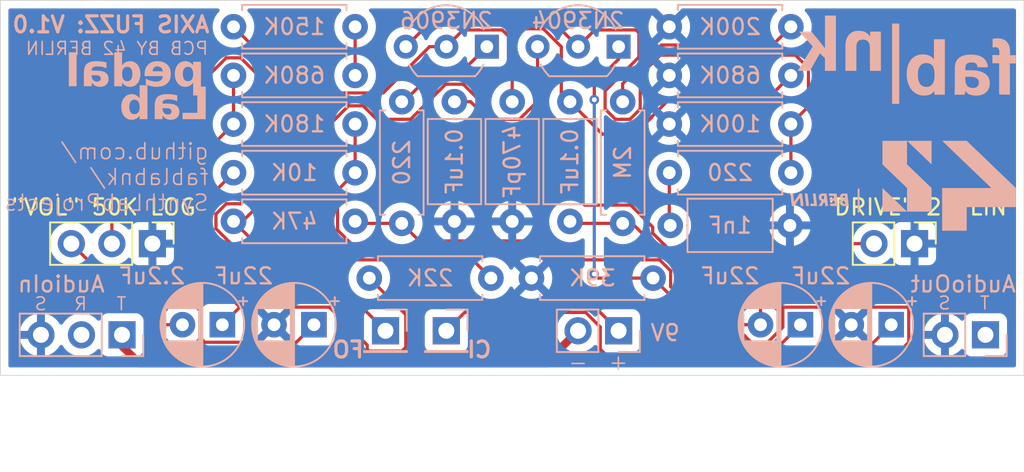
<source format=kicad_pcb>
(kicad_pcb (version 20240108) (generator "pcbnew") (generator_version "8.0")
  (layers (0 "F.Cu" signal) (31 "B.Cu" signal) (34 "B.Paste" user) (35 "F.Paste" user) (36 "B.SilkS" user "B.Silkscreen") (37 "F.SilkS" user "F.Silkscreen") (38 "B.Mask" user) (39 "F.Mask" user) (44 "Edge.Cuts" user))
  (net 0 "")
  (net 1 "Net-(C1-Pad2)")
  (net 2 "Net-(C1-Pad1)")
  (net 3 "Net-(C2-Pad1)")
  (net 4 "Net-(Q2-B)")
  (net 5 "Net-(Q1-E)")
  (net 6 "Net-(Q1-C)")
  (net 7 "Net-(Q1-B)")
  (net 8 "Net-(Q2-E)")
  (net 9 "Net-(R2-Pad2)")
  (net 10 "Net-(R13-Pad2)")
  (net 11 "GND")
  (net 12 "Net-(C4-Pad1)")
  (net 13 "Net-(C7-Pad1)")
  (net 14 "Net-(J3-Pin_1)")
  (net 15 "Net-(C7-Pad2)")
  (net 16 "Net-(J2-Pin_1)")
  (net 17 "Net-(R4-Pad1)")
  (net 18 "-9V")
  (net 19 "Net-(J10-PadR)")
  (net 20 "Net-(J12-PadT)")
  (footprint "Connector_PinHeader_2.54mm:PinHeader_1x02_P2.54mm_Vertical" (layer "F.Cu") (at 177.927 69.85 -90)
    (property "Reference" "\"DRIVE\" 2K LIN")
    (property "Value" "2K lin DRIVE")
  )
  (footprint "Connector_PinHeader_2.54mm:PinHeader_1x03_P2.54mm_Vertical" (layer "F.Cu") (at 130.175 69.85 -90)
    (property "Reference" "\"VOL\" 50K LOG")
    (property "Value" "50K log VOL")
  )
  (footprint "Resistor_THT:R_Axial_DIN0207_L6.3mm_D2.5mm_P7.62mm_Horizontal" (layer "B.Cu") (at 162.56 62.357)
    (property "Reference" "R6" (hide yes))
    (property "Value" "100K")
  )
  (footprint "Resistor_THT:R_Axial_DIN0207_L6.3mm_D2.5mm_P7.62mm_Horizontal" (layer "B.Cu") (at 153.924 72.009)
    (property "Reference" "R8" (hide yes))
    (property "Value" "39K")
  )
  (footprint "Resistor_THT:R_Axial_DIN0207_L6.3mm_D2.5mm_P7.62mm_Horizontal" (layer "B.Cu") (at 159.639 60.96 -90)
    (property "Reference" "R9" (hide yes))
    (property "Value" "2M")
  )
  (footprint "Capacitor_THT:C_Axial_L5.1mm_D3.1mm_P7.50mm_Horizontal" (layer "B.Cu") (at 156.337 68.46 90)
    (property "Reference" "C5" (hide yes))
    (property "Value" "0.1uF")
  )
  (footprint "Resistor_THT:R_Axial_DIN0207_L6.3mm_D2.5mm_P7.62mm_Horizontal" (layer "B.Cu") (at 135.255 62.357)
    (property "Reference" "R2" (hide yes))
    (property "Value" "180K")
  )
  (footprint "Capacitor_THT:CP_Radial_D5.0mm_P2.50mm" (layer "B.Cu") (at 176.465113 74.93 180)
    (property "Reference" "C3" (hide yes))
    (property "Value" "22uF")
  )
  (footprint "Resistor_THT:R_Axial_DIN0207_L6.3mm_D2.5mm_P7.62mm_Horizontal" (layer "B.Cu") (at 162.56 56.261)
    (property "Reference" "R13" (hide yes))
    (property "Value" "200K")
  )
  (footprint "Capacitor_THT:CP_Radial_D5.0mm_P2.50mm" (layer "B.Cu") (at 134.555113 74.93 180)
    (property "Reference" "C1" (hide yes))
    (property "Value" "2.2uF")
  )
  (footprint "Capacitor_THT:C_Axial_L5.1mm_D3.1mm_P7.50mm_Horizontal" (layer "B.Cu") (at 149.098 60.96 -90)
    (property "Reference" "C8" (hide yes))
    (property "Value" "0.1uF")
  )
  (footprint "Resistor_THT:R_Axial_DIN0207_L6.3mm_D2.5mm_P7.62mm_Horizontal" (layer "B.Cu") (at 145.796 68.58 90)
    (property "Reference" "R11" (hide yes))
    (property "Value" "220")
  )
  (footprint "Connector_PinHeader_2.54mm:PinHeader_1x01_P2.54mm_Vertical" (layer "B.Cu") (at 148.59 75.311 180)
    (property "Reference" "J3" (hide yes))
    (property "Value" "From FX Send")
  )
  (footprint "Resistor_THT:R_Axial_DIN0207_L6.3mm_D2.5mm_P7.62mm_Horizontal" (layer "B.Cu") (at 170.18 65.405 180)
    (property "Reference" "R5" (hide yes))
    (property "Value" "220")
  )
  (footprint "Library:PinHeader_1x02_P2.54mm_Vertical_TS" (layer "B.Cu") (at 182.372 75.565 90)
    (property "Reference" "J12" (hide yes))
    (property "Value" "AudioOut")
  )
  (footprint "Resistor_THT:R_Axial_DIN0207_L6.3mm_D2.5mm_P7.62mm_Horizontal" (layer "B.Cu") (at 142.875 59.309 180)
    (property "Reference" "R4" (hide yes))
    (property "Value" "680K")
  )
  (footprint "Connector_PinHeader_2.54mm:PinHeader_1x01_P2.54mm_Vertical" (layer "B.Cu") (at 144.78 75.311 180)
    (property "Reference" "J2" (hide yes))
    (property "Value" "FX Return")
  )
  (footprint "Library:PinHeader_1x03_P2.54mm_Vertical_TRS" (layer "B.Cu") (at 128.27 75.565 90)
    (property "Reference" "J10" (hide yes))
    (property "Value" "AudioIn")
  )
  (footprint "Package_TO_SOT_THT:TO-92_Inline_Wide" (layer "B.Cu") (at 159.385 57.51 180)
    (property "Reference" "Q1" (hide yes))
    (property "Value" "2N3904")
  )
  (footprint "Capacitor_THT:C_Axial_L5.1mm_D3.1mm_P7.50mm_Horizontal" (layer "B.Cu") (at 152.7175 60.96 -90)
    (property "Reference" "C6" (hide yes))
    (property "Value" "470pF")
  )
  (footprint "Package_TO_SOT_THT:TO-92_Inline_Wide" (layer "B.Cu") (at 151.13 57.51 180)
    (property "Reference" "Q2" (hide yes))
    (property "Value" "2N3906")
  )
  (footprint "Connector_PinHeader_2.54mm:PinHeader_1x02_P2.54mm_Vertical" (layer "B.Cu") (at 159.385 75.311 90)
    (property "Reference" "V1" (hide yes))
    (property "Value" "9V")
  )
  (footprint "Resistor_THT:R_Axial_DIN0207_L6.3mm_D2.5mm_P7.62mm_Horizontal" (layer "B.Cu") (at 162.56 59.309)
    (property "Reference" "R10" (hide yes))
    (property "Value" "680K")
  )
  (footprint "Resistor_THT:R_Axial_DIN0207_L6.3mm_D2.5mm_P7.62mm_Horizontal" (layer "B.Cu") (at 135.255 68.453)
    (property "Reference" "R12" (hide yes))
    (property "Value" "47K")
  )
  (footprint "Capacitor_THT:CP_Radial_D5.0mm_P2.50mm" (layer "B.Cu") (at 140.295 74.93 180)
    (property "Reference" "C2" (hide yes))
    (property "Value" "22uF")
  )
  (footprint "Resistor_THT:R_Axial_DIN0207_L6.3mm_D2.5mm_P7.62mm_Horizontal" (layer "B.Cu") (at 143.764 72.009)
    (property "Reference" "R1" (hide yes))
    (property "Value" "22K")
  )
  (footprint "Resistor_THT:R_Axial_DIN0207_L6.3mm_D2.5mm_P7.62mm_Horizontal" (layer "B.Cu") (at 135.255 56.261)
    (property "Reference" "R7" (hide yes))
    (property "Value" "150K")
  )
  (footprint "Capacitor_THT:CP_Radial_D5.0mm_P2.50mm" (layer "B.Cu") (at 170.775 74.93 180)
    (property "Reference" "C7" (hide yes))
    (property "Value" "22uF")
  )
  (footprint "Capacitor_THT:C_Axial_L5.1mm_D3.1mm_P7.50mm_Horizontal" (layer "B.Cu") (at 162.62 68.707)
    (property "Reference" "C4" (hide yes))
    (property "Value" "1nF")
  )
  (footprint "Resistor_THT:R_Axial_DIN0207_L6.3mm_D2.5mm_P7.62mm_Horizontal" (layer "B.Cu") (at 142.875 65.405 180)
    (property "Reference" "R3" (hide yes))
    (property "Value" "10K")
  )
  (gr_poly (pts (xy 179.139885 58.311012) (xy 179.11893 58.281285) (xy 179.09565 58.251791) (xy 179.069889 58.222762) (xy 179.041493 58.19443) (xy 179.026258 58.180598) (xy 179.010306 58.167028) (xy 178.993618 58.153749) (xy 178.976174 58.14079) (xy 178.957955 58.128179) (xy 178.938941 58.115946) (xy 178.919113 58.10412) (xy 178.898452 58.092731) (xy 178.876939 58.081806) (xy 178.854553 58.071375) (xy 178.831276 58.061468) (xy 178.807089 58.052113) (xy 178.781971 58.043339) (xy 178.755903 58.035176) (xy 178.728867 58.027652) (xy 178.700842 58.020797) (xy 178.671809 58.014639) (xy 178.64175 58.009208) (xy 178.610644 58.004533) (xy 178.578472 58.000643) (xy 178.545215 57.997567) (xy 178.510853 57.995333) (xy 178.475368 57.993972) (xy 178.438739 57.993512) (xy 178.376494 57.995127) (xy 178.316263 57.99992) (xy 178.258041 58.007813) (xy 178.201828 58.01873) (xy 178.147621 58.032592) (xy 178.095417 58.049322) (xy 178.045214 58.068843) (xy 177.997009 58.091077) (xy 177.9508 58.115946) (xy 177.906585 58.143373) (xy 177.864361 58.173281) (xy 177.824125 58.205592) (xy 177.785876 58.240228) (xy 177.749611 58.277112) (xy 177.715328 58.316167) (xy 177.683023 58.357314) (xy 177.652695 58.400477) (xy 177.624341 58.445577) (xy 177.597959 58.492538) (xy 177.573546 58.541282) (xy 177.551101 58.591731) (xy 177.53062 58.643808) (xy 177.5121 58.697436) (xy 177.495541 58.752536) (xy 177.480939 58.809031) (xy 177.468291 58.866844) (xy 177.457596 58.925897) (xy 177.448851 58.986113) (xy 177.442054 59.047414) (xy 177.437201 59.109723) (xy 177.433323 59.237054) (xy 177.437654 59.365425) (xy 177.450608 59.491974) (xy 177.472128 59.61581) (xy 177.502156 59.736041) (xy 177.540632 59.851777) (xy 177.587499 59.962126) (xy 177.642699 60.066196) (xy 177.673406 60.115597) (xy 177.706174 60.163095) (xy 177.740996 60.208578) (xy 177.777865 60.251934) (xy 177.816774 60.293051) (xy 177.857715 60.331819) (xy 177.900681 60.368126) (xy 177.945665 60.40186) (xy 177.99266 60.43291) (xy 178.041657 60.461165) (xy 178.092651 60.486513) (xy 178.145634 60.508843) (xy 178.200598 60.528043) (xy 178.257536 60.544002) (xy 178.316441 60.556609) (xy 178.377305 60.565751) (xy 178.440123 60.571319) (xy 178.504885 60.573199) (xy 178.571899 60.571966) (xy 178.634205 60.56829) (xy 178.692054 60.562212) (xy 178.745697 60.553769) (xy 178.795387 60.543001) (xy 178.841376 60.529946) (xy 178.883915 60.514643) (xy 178.923257 60.497131) (xy 178.959654 60.477449) (xy 178.993356 60.455635) (xy 179.024617 60.431728) (xy 179.053689 60.405767) (xy 179.080822 60.377791) (xy 179.106269 60.347838) (xy 179.130283 60.315948) (xy 179.153114 60.282158) (xy 179.153708 60.312466) (xy 179.155388 60.34355) (xy 179.157997 60.374943) (xy 179.161382 60.406182) (xy 179.165387 60.4368) (xy 179.169857 60.466333) (xy 179.174637 60.494316) (xy 179.179573 60.520284) (xy 179.827802 60.520284) (xy 179.827802 59.713305) (xy 179.827802 59.28997) (xy 179.179573 59.28997) (xy 179.178139 59.365873) (xy 179.173682 59.439548) (xy 179.165969 59.510625) (xy 179.154768 59.578738) (xy 179.139846 59.643518) (xy 179.120971 59.704596) (xy 179.097911 59.761605) (xy 179.084738 59.788468) (xy 179.070432 59.814176) (xy 179.054963 59.838682) (xy 179.038302 59.861941) (xy 179.02042 59.883906) (xy 179.001289 59.904532) (xy 178.980878 59.923772) (xy 178.95916 59.941581) (xy 178.936104 59.957912) (xy 178.911682 59.972719) (xy 178.885865 59.985957) (xy 178.858623 59.997579) (xy 178.829928 60.007539) (xy 178.799751 60.015792) (xy 178.768062 60.02229) (xy 178.734832 60.026989) (xy 178.700033 60.029842) (xy 178.663635 60.030804) (xy 178.630691 60.029916) (xy 178.598829 60.02727) (xy 178.568048 60.02289) (xy 178.538345 60.016799) (xy 178.509718 60.009023) (xy 178.482163 59.999585) (xy 178.45568 59.988509) (xy 178.430264 59.97582) (xy 178.405914 59.961542) (xy 178.382628 59.945699) (xy 178.360403 59.928316) (xy 178.339236 59.909416) (xy 178.319125 59.889024) (xy 178.300068 59.867164) (xy 178.282063 59.84386) (xy 178.265106 59.819137) (xy 178.249196 59.793019) (xy 178.23433 59.765529) (xy 178.220505 59.736693) (xy 178.207719 59.706534) (xy 178.195971 59.675077) (xy 178.185256 59.642346) (xy 178.175574 59.608364) (xy 178.166921 59.573157) (xy 178.159295 59.536749) (xy 178.152694 59.499163) (xy 178.147115 59.460425) (xy 178.142556 59.420557) (xy 178.139014 59.379585) (xy 178.136487 59.337532) (xy 178.134468 59.250283) (xy 178.136338 59.174677) (xy 178.141987 59.101843) (xy 178.151473 59.03207) (xy 178.164854 58.965649) (xy 178.182188 58.902872) (xy 178.203534 58.844029) (xy 178.228949 58.78941) (xy 178.243201 58.763776) (xy 178.258492 58.739306) (xy 178.274829 58.716039) (xy 178.29222 58.694009) (xy 178.310672 58.673253) (xy 178.330193 58.653808) (xy 178.350789 58.635709) (xy 178.372467 58.618994) (xy 178.395236 58.603698) (xy 178.419102 58.589858) (xy 178.444073 58.57751) (xy 178.470155 58.566691) (xy 178.497357 58.557436) (xy 178.525685 58.549783) (xy 178.555146 58.543767) (xy 178.585749 58.539425) (xy 178.6175 58.536793) (xy 178.650406 58.535908) (xy 178.686842 58.536644) (xy 178.721752 58.538853) (xy 178.75516 58.542535) (xy 178.78709 58.54769) (xy 178.817567 58.554318) (xy 178.846615 58.562418) (xy 178.874258 58.571991) (xy 178.90052 58.583037) (xy 178.925426 58.595555) (xy 178.948999 58.609547) (xy 178.971264 58.625011) (xy 178.992246 58.641948) (xy 179.011967 58.660358) (xy 179.030454 58.68024) (xy 179.047729 58.701596) (xy 179.063817 58.724424) (xy 179.078743 58.748724) (xy 179.09253 58.774498) (xy 179.105203 58.801745) (xy 179.116786 58.830464) (xy 179.127303 58.860656) (xy 179.136778 58.89232) (xy 179.145236 58.925458) (xy 179.152701 58.960068) (xy 179.159197 58.996151) (xy 179.164748 59.033707) (xy 179.173113 59.113237) (xy 179.17799 59.198658) (xy 179.179573 59.28997) (xy 179.827802 59.28997) (xy 179.827801 57.041012) (xy 179.139885 57.041012)) (fill solid) (layer "B.SilkS"))
  (gr_poly (pts (xy 183.089979 56.98869) (xy 183.044556 56.990369) (xy 182.999752 56.992979) (xy 182.956499 56.996364) (xy 182.915726 57.000369) (xy 182.878364 57.004839) (xy 182.845343 57.009619) (xy 182.817593 57.014554) (xy 182.817593 57.55695) (xy 182.825186 57.556801) (xy 182.83307 57.556381) (xy 182.849632 57.554883) (xy 182.867125 57.552764) (xy 182.885392 57.550335) (xy 182.90428 57.547906) (xy 182.923633 57.545788) (xy 182.933435 57.544942) (xy 182.943296 57.544289) (xy 182.953195 57.543869) (xy 182.963114 57.543721) (xy 182.998935 57.544674) (xy 183.015818 57.54589) (xy 183.032024 57.547622) (xy 183.047562 57.549888) (xy 183.062439 57.552703) (xy 183.076662 57.556085) (xy 183.090238 57.56005) (xy 183.103174 57.564617) (xy 183.115479 57.569801) (xy 183.127158 57.57562) (xy 183.138219 57.58209) (xy 183.148671 57.589229) (xy 183.158519 57.597054) (xy 183.167771 57.605581) (xy 183.176434 57.614827) (xy 183.184516 57.62481) (xy 183.192024 57.635546) (xy 183.198966 57.647053) (xy 183.205347 57.659347) (xy 183.211176 57.672445) (xy 183.216461 57.686364) (xy 183.221207 57.701121) (xy 183.225423 57.716733) (xy 183.229116 57.733218) (xy 183.232293 57.750591) (xy 183.234961 57.76887) (xy 183.237128 57.788073) (xy 183.239987 57.829314) (xy 183.240926 57.87445) (xy 183.240926 58.0332) (xy 182.804364 58.0332) (xy 182.804364 58.549138) (xy 183.227697 58.549138) (xy 183.227697 60.507054) (xy 183.902385 60.520284) (xy 183.902385 58.562367) (xy 184.272801 58.562367) (xy 184.272801 58.046429) (xy 183.915614 58.046429) (xy 183.915614 57.834762) (xy 183.912662 57.74241) (xy 183.90378 57.65405) (xy 183.888929 57.569953) (xy 183.879254 57.529588) (xy 183.868071 57.490391) (xy 183.855378 57.452395) (xy 183.841167 57.415634) (xy 183.825436 57.380143) (xy 183.808178 57.345955) (xy 183.78939 57.313104) (xy 183.769066 57.281624) (xy 183.747201 57.251549) (xy 183.723791 57.222913) (xy 183.69883 57.19575) (xy 183.672315 57.170093) (xy 183.644239 57.145977) (xy 183.614599 57.123436) (xy 183.583388 57.102503) (xy 183.550604 57.083212) (xy 183.51624 57.065598) (xy 183.480291 57.049694) (xy 183.442754 57.035534) (xy 183.403623 57.023151) (xy 183.362893 57.012581) (xy 183.32056 57.003857) (xy 183.276618 56.997012) (xy 183.231062 56.992081) (xy 183.183889 56.989097) (xy 183.135093 56.988095)) (fill solid) (layer "B.SilkS"))
  (gr_poly (pts (xy 178.995357 64.886248) (xy 178.995357 63.406896) (xy 177.455863 63.406896)) (fill solid) (layer "B.SilkS"))
  (gr_poly (pts (xy 171.140209 67.496368) (xy 171.31396 67.496368) (xy 171.221648 66.708404) (xy 171.047896 66.708404)) (fill solid) (layer "B.SilkS"))
  (gr_poly (pts (xy 176.52051 61.089137) (xy 176.970301 61.089137) (xy 176.970301 56.062054) (xy 176.52051 56.062054)) (fill solid) (layer "B.SilkS"))
  (gr_poly (pts (xy 175.915647 64.886248) (xy 177.455863 66.3656) (xy 177.455863 67.844951) (xy 178.995357 67.844951) (xy 178.995357 66.3656) (xy 177.455863 64.886248) (xy 177.455863 63.406896) (xy 175.915647 63.406896)) (fill solid) (layer "B.SilkS"))
  (gr_poly (pts (xy 172.567768 66.861638) (xy 172.860742 66.861638) (xy 172.882569 67.014149) (xy 172.599757 67.014149) (xy 172.621584 67.168112) (xy 172.903603 67.168112) (xy 172.927575 67.343134) (xy 172.629601 67.343134) (xy 172.650635 67.497098) (xy 173.150778 67.497098) (xy 173.041002 66.708404) (xy 172.54602 66.708404)) (fill solid) (layer "B.SilkS"))
  (gr_poly (pts (xy 170.381305 67.221127) (xy 170.320265 66.708404) (xy 170.146593 66.708404) (xy 170.238906 67.497098) (xy 170.390035 67.497098) (xy 170.738968 66.98147) (xy 170.798579 67.497098) (xy 170.972251 67.497098) (xy 170.878509 66.708404) (xy 170.7273 66.708404)) (fill solid) (layer "B.SilkS"))
  (gr_poly (pts (xy 175.915726 67.844983) (xy 177.455911 67.844983) (xy 175.915726 66.365631)) (fill solid) (layer "B.SilkS"))
  (gr_poly (pts (xy 171.630905 67.343134) (xy 171.396114 67.343134) (xy 171.41429 67.496368) (xy 171.822754 67.496368) (xy 171.729728 66.708404) (xy 171.555974 66.708404)) (fill solid) (layer "B.SilkS"))
  (gr_poly (pts (xy 181.347773 58.009855) (xy 181.234537 58.019247) (xy 181.128587 58.034995) (xy 181.030002 58.057177) (xy 180.983495 58.070705) (xy 180.938857 58.085871) (xy 180.8961 58.102683) (xy 180.855232 58.121153) (xy 180.816263 58.141289) (xy 180.779203 58.163101) (xy 180.744062 58.186599) (xy 180.710848 58.211793) (xy 180.679573 58.238692) (xy 180.650245 58.267307) (xy 180.622874 58.297645) (xy 180.59747 58.329719) (xy 180.574043 58.363536) (xy 180.552602 58.399107) (xy 180.533157 58.436442) (xy 180.515718 58.47555) (xy 180.500294 58.51644) (xy 180.486895 58.559123) (xy 180.475532 58.603609) (xy 180.466212 58.649906) (xy 180.458947 58.698025) (xy 180.453745 58.747975) (xy 180.450617 58.799766) (xy 180.449572 58.853408) (xy 180.449572 59.885284) (xy 180.447298 60.07752) (xy 180.441304 60.272236) (xy 180.437299 60.358898) (xy 180.432829 60.432227) (xy 180.428049 60.487572) (xy 180.423114 60.520284) (xy 181.071343 60.520284) (xy 181.076304 60.497572) (xy 181.081265 60.470054) (xy 181.091187 60.406181) (xy 181.101108 60.339829) (xy 181.106069 60.309211) (xy 181.11103 60.282158) (xy 181.12922 60.309408) (xy 181.149271 60.336444) (xy 181.171492 60.363054) (xy 181.183513 60.376133) (xy 181.196193 60.389025) (xy 181.209571 60.401704) (xy 181.223685 60.414143) (xy 181.238574 60.426315) (xy 181.254277 60.438195) (xy 181.270833 60.449755) (xy 181.28828 60.460968) (xy 181.306658 60.471808) (xy 181.326004 60.482249) (xy 181.346358 60.492263) (xy 181.367759 60.501825) (xy 181.390244 60.510906) (xy 181.413854 60.519482) (xy 181.438626 60.527524) (xy 181.4646 60.535007) (xy 181.491814 60.541904) (xy 181.520308 60.548188) (xy 181.550118 60.553832) (xy 181.581286 60.558811) (xy 181.613848 60.563096) (xy 181.647845 60.566662) (xy 181.683314 60.569482) (xy 181.720295 60.57153) (xy 181.758826 60.572777) (xy 181.798947 60.573199) (xy 181.853752 60.572087) (xy 181.90656 60.568797) (xy 181.957385 60.5634) (xy 182.006247 60.555965) (xy 182.05316 60.546564) (xy 182.098144 60.535266) (xy 182.141213 60.522141) (xy 182.182386 60.50726) (xy 182.221679 60.490693) (xy 182.259109 60.472511) (xy 182.294694 60.452783) (xy 182.328449 60.43158) (xy 182.360393 60.408972) (xy 182.390542 60.385029) (xy 182.418913 60.359822) (xy 182.445522 60.333421) (xy 182.470388 60.305895) (xy 182.493526 60.277316) (xy 182.514955 60.247753) (xy 182.53469 60.217278) (xy 182.552749 60.185959) (xy 182.569148 60.153867) (xy 182.583906 60.121074) (xy 182.597037 60.087647) (xy 182.618493 60.019179) (xy 182.63365 59.949025) (xy 182.642645 59.877747) (xy 182.645613 59.805907) (xy 182.644597 59.76622) (xy 181.957697 59.76622) (xy 181.956447 59.798276) (xy 181.952659 59.829808) (xy 181.949794 59.845312) (xy 181.946274 59.860604) (xy 181.942089 59.875659) (xy 181.937233 59.890451) (xy 181.9317 59.904951) (xy 181.92548 59.919134) (xy 181.918568 59.932974) (xy 181.910956 59.946442) (xy 181.902637 59.959513) (xy 181.893602 59.972161) (xy 181.883846 59.984358) (xy 181.873361 59.996077) (xy 181.86214 60.007293) (xy 181.850175 60.017978) (xy 181.837459 60.028107) (xy 181.823985 60.037651) (xy 181.809745 60.046585) (xy 181.794733 60.054882) (xy 181.77894 60.062515) (xy 181.76236 60.069458) (xy 181.744986 60.075684) (xy 181.72681 60.081166) (xy 181.707825 60.085878) (xy 181.688024 60.089792) (xy 181.667399 60.092884) (xy 181.645943 60.095125) (xy 181.623649 60.096489) (xy 181.60051 60.09695) (xy 181.560696 60.096067) (xy 181.523069 60.093455) (xy 181.48757 60.089167) (xy 181.454136 60.083255) (xy 181.422708 60.075774) (xy 181.393226 60.066777) (xy 181.365628 60.056316) (xy 181.339854 60.044446) (xy 181.315843 60.031219) (xy 181.293536 60.016689) (xy 181.27287 60.00091) (xy 181.253787 59.983933) (xy 181.236224 59.965813) (xy 181.220123 59.946603) (xy 181.205421 59.926357) (xy 181.192059 59.905126) (xy 181.179976 59.882966) (xy 181.169112 59.859929) (xy 181.159405 59.836068) (xy 181.150796 59.811437) (xy 181.143223 59.786089) (xy 181.136627 59.760077) (xy 181.12612 59.706275) (xy 181.118792 59.650458) (xy 181.114157 59.593052) (xy 181.111732 59.534484) (xy 181.111031 59.475179) (xy 181.111031 59.395803) (xy 181.388843 59.395803) (xy 181.462815 59.397347) (xy 181.531031 59.401953) (xy 181.593627 59.409582) (xy 181.650739 59.420195) (xy 181.702503 59.433754) (xy 181.749054 59.450219) (xy 181.770417 59.45953) (xy 181.790527 59.469553) (xy 181.809402 59.480283) (xy 181.827059 59.491715) (xy 181.843515 59.503846) (xy 181.858785 59.516669) (xy 181.872889 59.53018) (xy 181.885841 59.544374) (xy 181.89766 59.559246) (xy 181.908362 59.574792) (xy 181.917965 59.591006) (xy 181.926485 59.607884) (xy 181.933939 59.625421) (xy 181.940344 59.643612) (xy 181.945717 59.662452) (xy 181.950075 59.681936) (xy 181.955814 59.722819) (xy 181.957697 59.76622) (xy 182.644597 59.76622) (xy 182.644301 59.754669) (xy 182.640384 59.705132) (xy 182.633895 59.65729) (xy 182.624865 59.611139) (xy 182.613326 59.566674) (xy 182.599308 59.52389) (xy 182.582844 59.482782) (xy 182.563965 59.443345) (xy 182.542702 59.405576) (xy 182.519087 59.369467) (xy 182.493151 59.335016) (xy 182.464927 59.302217) (xy 182.434445 59.271065) (xy 182.401736 59.241555) (xy 182.366833 59.213683) (xy 182.329767 59.187444) (xy 182.290569 59.162832) (xy 182.249271 59.139843) (xy 182.205905 59.118473) (xy 182.160501 59.098715) (xy 182.113091 59.080566) (xy 182.063708 59.064021) (xy 182.012381 59.049074) (xy 181.959144 59.035722) (xy 181.904026 59.023958) (xy 181.847061 59.013778) (xy 181.788279 59.005178) (xy 181.727711 58.998153) (xy 181.66539 58.992697) (xy 181.601346 58.988806) (xy 181.468218 58.985699) (xy 181.111031 58.985699) (xy 181.111031 58.840178) (xy 181.111851 58.807974) (xy 181.114493 58.776022) (xy 181.119228 58.744574) (xy 181.126327 58.713881) (xy 181.130848 58.698897) (xy 181.136061 58.684196) (xy 181.142002 58.66981) (xy 181.148703 58.655771) (xy 181.156198 58.642109) (xy 181.164522 58.628857) (xy 181.173709 58.616046) (xy 181.183791 58.603707) (xy 181.194804 58.591872) (xy 181.206781 58.580572) (xy 181.219755 58.569839) (xy 181.233762 58.559705) (xy 181.248835 58.5502) (xy 181.265007 58.541356) (xy 181.282313 58.533205) (xy 181.300786 58.525779) (xy 181.320461 58.519108) (xy 181.341372 58.513225) (xy 181.363551 58.50816) (xy 181.387034 58.503946) (xy 181.411854 58.500613) (xy 181.438045 58.498194) (xy 181.465641 58.496719) (xy 181.494676 58.49622) (xy 181.521271 58.496567) (xy 181.546511 58.497602) (xy 181.570438 58.499316) (xy 181.593094 58.501698) (xy 181.614519 58.504739) (xy 181.634755 58.508429) (xy 181.653843 58.512758) (xy 181.671823 58.517718) (xy 181.688738 58.523297) (xy 181.704628 58.529487) (xy 181.719535 58.536277) (xy 181.733499 58.543659) (xy 181.746562 58.551622) (xy 181.758765 58.560157) (xy 181.77015 58.569253) (xy 181.780757 58.578902) (xy 181.790628 58.589094) (xy 181.799803 58.599818) (xy 181.808324 58.611066) (xy 181.816233 58.622827) (xy 181.82357 58.635092) (xy 181.830376 58.647852) (xy 181.842562 58.674814) (xy 181.85312 58.703636) (xy 181.86238 58.734242) (xy 181.870671 58.766552) (xy 181.878322 58.800491) (xy 182.526551 58.800491) (xy 182.51641 58.719633) (xy 182.50061 58.641043) (xy 182.490466 58.602726) (xy 182.478763 58.565127) (xy 182.465452 58.528299) (xy 182.450483 58.492293) (xy 182.43381 58.457158) (xy 182.415382 58.422946) (xy 182.395153 58.389708) (xy 182.373072 58.357495) (xy 182.349093 58.326357) (xy 182.323166 58.296345) (xy 182.295243 58.267511) (xy 182.265275 58.239905) (xy 182.233215 58.213578) (xy 182.199013 58.188581) (xy 182.162622 58.164964) (xy 182.123992 58.142779) (xy 182.083075 58.122077) (xy 182.039824 58.102908) (xy 181.994189 58.085323) (xy 181.946122 58.069373) (xy 181.895574 58.055109) (xy 181.842497 58.042582) (xy 181.786843 58.031842) (xy 181.728564 58.022942) (xy 181.66761 58.01593) (xy 181.603933 58.010859) (xy 181.537485 58.007779) (xy 181.468218 58.006741)) (fill solid) (layer "B.SilkS"))
  (gr_poly (pts (xy 174.371655 56.512813) (xy 174.327198 56.515712) (xy 174.283734 56.520533) (xy 174.241296 56.527271) (xy 174.199913 56.535918) (xy 174.159618 56.546466) (xy 174.120442 56.558908) (xy 174.082416 56.573237) (xy 174.045573 56.589446) (xy 174.009944 56.607528) (xy 173.975559 56.627474) (xy 173.942451 56.649279) (xy 173.910651 56.672934) (xy 173.880191 56.698433) (xy 173.851101 56.725768) (xy 173.823414 56.754932) (xy 173.797162 56.785917) (xy 173.772374 56.818716) (xy 173.749084 56.853323) (xy 173.727322 56.88973) (xy 173.70712 56.927929) (xy 173.68851 56.967913) (xy 173.671523 57.009675) (xy 173.65619 57.053208) (xy 173.642543 57.098504) (xy 173.630613 57.145557) (xy 173.620433 57.194359) (xy 173.612032 57.244902) (xy 173.605444 57.297179) (xy 173.600699 57.351184) (xy 173.597829 57.406909) (xy 173.596865 57.464346) (xy 173.596865 59.025387) (xy 174.284781 59.025387) (xy 174.284781 57.543721) (xy 174.285895 57.49259) (xy 174.289354 57.443494) (xy 174.295333 57.396608) (xy 174.304005 57.352105) (xy 174.315545 57.310159) (xy 174.322445 57.290201) (xy 174.330127 57.270947) (xy 174.338614 57.252419) (xy 174.347926 57.234641) (xy 174.358087 57.217632) (xy 174.369117 57.201416) (xy 174.381038 57.186014) (xy 174.393873 57.171447) (xy 174.407643 57.157738) (xy 174.422369 57.144908) (xy 174.438075 57.132979) (xy 174.45478 57.121973) (xy 174.472508 57.111912) (xy 174.49128 57.102817) (xy 174.511118 57.094711) (xy 174.532043 57.087615) (xy 174.554078 57.08155) (xy 174.577244 57.07654) (xy 174.601563 57.072605) (xy 174.627057 57.069767) (xy 174.653747 57.068048) (xy 174.681656 57.067471) (xy 174.709717 57.067939) (xy 174.73685 57.06936) (xy 174.763058 57.071754) (xy 174.788342 57.075145) (xy 174.812707 57.079552) (xy 174.836153 57.084999) (xy 174.858683 57.091506) (xy 174.880301 57.099097) (xy 174.901007 57.107792) (xy 174.920805 57.117613) (xy 174.939698 57.128582) (xy 174.957686 57.140722) (xy 174.974774 57.154053) (xy 174.990963 57.168598) (xy 175.006255 57.184378) (xy 175.020654 57.201416) (xy 175.034161 57.219732) (xy 175.04678 57.23935) (xy 175.058511 57.26029) (xy 175.069359 57.282574) (xy 175.079325 57.306224) (xy 175.088412 57.331263) (xy 175.096621 57.357711) (xy 175.103956 57.385591) (xy 175.11042 57.414924) (xy 175.116013 57.445732) (xy 175.12074 57.478038) (xy 175.124601 57.511862) (xy 175.1276 57.547227) (xy 175.12974 57.584154) (xy 175.131448 57.662783) (xy 175.131448 59.025387) (xy 175.819364 59.025387) (xy 175.819364 56.564762) (xy 175.157906 56.564762) (xy 175.152971 56.59414) (xy 175.148191 56.631115) (xy 175.143721 56.67336) (xy 175.139716 56.718551) (xy 175.136332 56.764362) (xy 175.133722 56.808468) (xy 175.132043 56.848543) (xy 175.131448 56.882262) (xy 175.115141 56.851941) (xy 175.095869 56.820767) (xy 175.073458 56.789128) (xy 175.047732 56.757412) (xy 175.018519 56.726006) (xy 175.00255 56.71054) (xy 174.985643 56.695297) (xy 174.967777 56.680325) (xy 174.94893 56.665673) (xy 174.92908 56.65139) (xy 174.908206 56.637523) (xy 174.886285 56.624121) (xy 174.863296 56.611232) (xy 174.839217 56.598906) (xy 174.814025 56.58719) (xy 174.787701 56.576133) (xy 174.760221 56.565783) (xy 174.731563 56.556189) (xy 174.701707 56.547399) (xy 174.670629 56.539462) (xy 174.638309 56.532426) (xy 174.604725 56.526339) (xy 174.569854 56.521251) (xy 174.533676 56.517209) (xy 174.496167 56.514261) (xy 174.457307 56.512458) (xy 174.417073 56.511846)) (fill solid) (layer "B.SilkS"))
  (gr_poly (pts (xy 173.455073 66.708749) (xy 173.444724 66.709261) (xy 173.434146 66.710071) (xy 173.423393 66.711235) (xy 173.412519 66.712806) (xy 173.40158 66.714839) (xy 173.390629 66.717388) (xy 173.379721 66.720508) (xy 173.368909 66.724252) (xy 173.35825 66.728674) (xy 173.347796 66.73383) (xy 173.337604 66.739774) (xy 173.327725 66.746559) (xy 173.322921 66.750284) (xy 173.318217 66.75424) (xy 173.313618 66.758433) (xy 173.309131 66.762871) (xy 173.304151 66.768257) (xy 173.299315 66.774065) (xy 173.294649 66.780293) (xy 173.290177 66.786937) (xy 173.285922 66.793994) (xy 173.281911 66.80146) (xy 173.278166 66.809333) (xy 173.274712 66.817609) (xy 173.271573 66.826286) (xy 173.268774 66.835359) (xy 173.266339 66.844826) (xy 173.264292 66.854683) (xy 173.262658 66.864928) (xy 173.261461 66.875556) (xy 173.260724 66.886565) (xy 173.260473 66.897952) (xy 173.260617 66.907356) (xy 173.261046 66.916509) (xy 173.261757 66.925416) (xy 173.262748 66.93408) (xy 173.264015 66.942506) (xy 173.265555 66.950698) (xy 173.267365 66.958661) (xy 173.269443 66.966398) (xy 173.271785 66.973913) (xy 173.274388 66.981212) (xy 173.277249 66.988298) (xy 173.280365 66.995175) (xy 173.283733 67.001847) (xy 173.28735 67.00832) (xy 173.291213 67.014596) (xy 173.29532 67.020681) (xy 173.299998 67.027136) (xy 173.304769 67.033162) (xy 173.30962 67.038776) (xy 173.314539 67.043992) (xy 173.319515 67.048824) (xy 173.324535 67.053289) (xy 173.329587 67.0574) (xy 173.334659 67.061172) (xy 173.339741 67.064621) (xy 173.344818 67.067762) (xy 173.34988 67.070609) (xy 173.354914 67.073177) (xy 173.359909 67.075481) (xy 173.364852 67.077536) (xy 173.369732 67.079357) (xy 173.374537 67.080959) (xy 173.367437 67.082838) (xy 173.360575 67.084925) (xy 173.353949 67.087205) (xy 173.347558 67.089665) (xy 173.341401 67.092291) (xy 173.335476 67.095069) (xy 173.329784 67.097985) (xy 173.324322 67.101025) (xy 173.31909 67.104177) (xy 173.314086 67.107425) (xy 173.309311 67.110756) (xy 173.304762 67.114156) (xy 173.300438 67.117611) (xy 173.29634 67.121108) (xy 173.292464 67.124632) (xy 173.288811 67.128171) (xy 173.282509 67.134879) (xy 173.27669 67.141671) (xy 173.271345 67.14856) (xy 173.266462 67.155562) (xy 173.262032 67.162692) (xy 173.258043 67.169965) (xy 173.254485 67.177394) (xy 173.251347 67.184996) (xy 173.248617 67.192786) (xy 173.246287 67.200777) (xy 173.244345 67.208986) (xy 173.242779 67.217426) (xy 173.24158 67.226114) (xy 173.240737 67.235063) (xy 173.240239 67.244288) (xy 173.240076 67.253806) (xy 173.240434 67.269126) (xy 173.241477 67.283775) (xy 173.243158 67.297759) (xy 173.245427 67.311088) (xy 173.248237 67.32377) (xy 173.25154 67.335814) (xy 173.255288 67.347228) (xy 173.259433 67.358021) (xy 173.263926 67.368201) (xy 173.268721 67.377777) (xy 173.273768 67.386757) (xy 173.279019 67.395149) (xy 173.284428 67.402963) (xy 173.289945 67.410207) (xy 173.295523 67.416889) (xy 173.301114 67.423017) (xy 173.306784 67.428725) (xy 173.312614 67.434143) (xy 173.318596 67.439276) (xy 173.324723 67.444133) (xy 173.337389 67.453048) (xy 173.350555 67.460943) (xy 173.364169 67.467876) (xy 173.378175 67.473905) (xy 173.39252 67.479088) (xy 173.407148 67.48348) (xy 173.422007 67.487141) (xy 173.437041 67.490128) (xy 173.452196 67.492497) (xy 173.467418 67.494307) (xy 173.482652 67.495614) (xy 173.497845 67.496477) (xy 173.512941 67.496952) (xy 173.527888 67.497098) (xy 173.807764 67.497098) (xy 173.791104 67.354755) (xy 173.617344 67.354755) (xy 173.554082 67.354755) (xy 173.540957 67.354548) (xy 173.52647 67.353778) (xy 173.518887 67.353114) (xy 173.511168 67.352226) (xy 173.50338 67.351087) (xy 173.495592 67.34967) (xy 173.487872 67.347946) (xy 173.480288 67.345888) (xy 173.472908 67.343469) (xy 173.4658 67.34066) (xy 173.459032 67.337435) (xy 173.452672 67.333765) (xy 173.449666 67.331755) (xy 173.446788 67.329623) (xy 173.444046 67.327366) (xy 173.441448 67.324981) (xy 173.439472 67.323055) (xy 173.437375 67.320811) (xy 173.435192 67.318237) (xy 173.432958 67.315322) (xy 173.430706 67.312054) (xy 173.42847 67.308421) (xy 173.426285 67.304411) (xy 173.425222 67.302262) (xy 173.424185 67.300014) (xy 173.423177 67.297666) (xy 173.422204 67.295216) (xy 173.421268 67.292663) (xy 173.420376 67.290007) (xy 173.41953 67.287244) (xy 173.418735 67.284374) (xy 173.417996 67.281395) (xy 173.417316 67.278306) (xy 173.416701 67.275105) (xy 173.416153 67.271791) (xy 173.415678 67.268362) (xy 173.41528 67.264817) (xy 173.414963 67.261155) (xy 173.414731 67.257374) (xy 173.414589 67.253472) (xy 173.414541 67.249448) (xy 173.414586 67.246227) (xy 173.41473 67.24284) (xy 173.414987 67.239311) (xy 173.415372 67.235662) (xy 173.415896 67.231915) (xy 173.416575 67.228092) (xy 173.417421 67.224216) (xy 173.41845 67.220309) (xy 173.419673 67.216394) (xy 173.421106 67.212492) (xy 173.422761 67.208627) (xy 173.424653 67.20482) (xy 173.426796 67.201093) (xy 173.429202 67.19747) (xy 173.431886 67.193973) (xy 173.434861 67.190623) (xy 173.437261 67.188244) (xy 173.439811 67.186004) (xy 173.442499 67.183902) (xy 173.445313 67.18193) (xy 173.44824 67.180087) (xy 173.45127 67.178367) (xy 173.457589 67.175281) (xy 173.464175 67.172636) (xy 173.470934 67.170401) (xy 173.47777 67.16854) (xy 173.484589 67.167019) (xy 173.491296 67.165805) (xy 173.497798 67.164863) (xy 173.503998 67.164159) (xy 173.509803 67.16366) (xy 173.519847 67.163138) (xy 173.527173 67.163025) (xy 173.594801 67.163025) (xy 173.617344 67.354755) (xy 173.791104 67.354755) (xy 173.752938 67.028674) (xy 173.579561 67.028674) (xy 173.543922 67.028674) (xy 173.532532 67.028467) (xy 173.526523 67.028167) (xy 173.520355 67.027698) (xy 173.514067 67.027033) (xy 173.507698 67.026145) (xy 173.501286 67.025006) (xy 173.494868 67.023588) (xy 173.488484 67.021864) (xy 173.482172 67.019806) (xy 173.47597 67.017386) (xy 173.469917 67.014577) (xy 173.464051 67.01135) (xy 173.45841 67.00768) (xy 173.453033 67.003536) (xy 173.450455 67.001279) (xy 173.447957 66.998893) (xy 173.444903 66.995629) (xy 173.442023 66.992113) (xy 173.439321 66.988364) (xy 173.436799 66.984404) (xy 173.434461 66.980253) (xy 173.432309 66.97593) (xy 173.430348 66.971456) (xy 173.42858 66.966851) (xy 173.427008 66.962136) (xy 173.425635 66.95733) (xy 173.424465 66.952453) (xy 173.423501 66.947527) (xy 173.422745 66.942571) (xy 173.422202 66.937605) (xy 173.421873 66.93265) (xy 173.421763 66.927725) (xy 173.421921 66.921902) (xy 173.422377 66.91641) (xy 173.423105 66.911239) (xy 173.424081 66.906379) (xy 173.425279 66.901822) (xy 173.426673 66.897558) (xy 173.428238 66.893576) (xy 173.429949 66.889868) (xy 173.43178 66.886424) (xy 173.433705 66.883234) (xy 173.435699 66.880289) (xy 173.437737 66.877579) (xy 173.439793 66.875095) (xy 173.441842 66.872827) (xy 173.443857 66.870765) (xy 173.445815 66.8689) (xy 173.447815 66.867248) (xy 173.449867 66.865695) (xy 173.45197 66.864239) (xy 173.454121 66.862875) (xy 173.458555 66.860414) (xy 173.463147 66.858288) (xy 173.467877 66.856473) (xy 173.472722 66.854945) (xy 173.477662 66.853678) (xy 173.482674 66.852648) (xy 173.487738 66.851832) (xy 173.492831 66.851203) (xy 173.497932 66.850739) (xy 173.50302 66.850414) (xy 173.51307 66.850083) (xy 173.522809 66.850017) (xy 173.559162 66.850017) (xy 173.579561 67.028674) (xy 173.752938 67.028674) (xy 173.715452 66.708404) (xy 173.474866 66.708404)) (fill solid) (layer "B.SilkS"))
  (gr_poly (pts (xy 172.151285 66.708841) (xy 172.137903 66.709495) (xy 172.124598 66.710536) (xy 172.111389 66.712037) (xy 172.098297 66.71407) (xy 172.085343 66.716707) (xy 172.072548 66.720021) (xy 172.05993 66.724083) (xy 172.047512 66.728967) (xy 172.035313 66.734745) (xy 172.023355 66.741489) (xy 172.011657 66.749271) (xy 172.000239 66.758164) (xy 171.989123 66.76824) (xy 171.978329 66.779572) (xy 171.973408 66.785148) (xy 171.968496 66.791263) (xy 171.963636 66.79793) (xy 171.95887 66.805159) (xy 171.954241 66.812963) (xy 171.949791 66.821354) (xy 171.945562 66.830342) (xy 171.941599 66.83994) (xy 171.937942 66.850158) (xy 171.934634 66.86101) (xy 171.931719 66.872507) (xy 171.929238 66.88466) (xy 171.927235 66.897481) (xy 171.925751 66.910981) (xy 171.92483 66.925173) (xy 171.924593 66.932532) (xy 171.924513 66.940068) (xy 171.9248 66.953906) (xy 171.92565 66.967363) (xy 171.927043 66.980436) (xy 171.928962 66.993118) (xy 171.931388 67.005404) (xy 171.934304 67.017289) (xy 171.93769 67.028768) (xy 171.941529 67.039836) (xy 171.945802 67.050486) (xy 171.950492 67.060714) (xy 171.955579 67.070514) (xy 171.961046 67.079881) (xy 171.966875 67.08881) (xy 171.973046 67.097296) (xy 171.979543 67.105332) (xy 171.986345 67.112915) (xy 171.992619 67.119051) (xy 171.99916 67.124925) (xy 172.005946 67.130534) (xy 172.012955 67.135872) (xy 172.020165 67.140933) (xy 172.027552 67.145712) (xy 172.035096 67.150203) (xy 172.042772 67.154402) (xy 172.050559 67.158304) (xy 172.058434 67.161902) (xy 172.066375 67.165192) (xy 172.07436 67.168168) (xy 172.082365 67.170824) (xy 172.090369 67.173157) (xy 172.098349 67.17516) (xy 172.106282 67.176828) (xy 171.912211 67.497098) (xy 172.115013 67.497098) (xy 172.296702 67.186266) (xy 172.333057 67.497098) (xy 172.506728 67.497098) (xy 172.456321 67.066433) (xy 172.282892 67.066433) (xy 172.240028 67.066433) (xy 172.22877 67.066229) (xy 172.222727 67.065935) (xy 172.21646 67.06548) (xy 172.21001 67.064838) (xy 172.203415 67.063983) (xy 172.196716 67.06289) (xy 172.189953 67.061533) (xy 172.183164 67.059886) (xy 172.17639 67.057925) (xy 172.169669 67.055623) (xy 172.163043 67.052955) (xy 172.15655 67.049895) (xy 172.150231 67.046419) (xy 172.144124 67.042499) (xy 172.138269 67.038112) (xy 172.13547 67.03577) (xy 172.1328 67.033374) (xy 172.130257 67.030926) (xy 172.127838 67.028429) (xy 172.125541 67.025884) (xy 172.123362 67.023294) (xy 172.11935 67.017981) (xy 172.115782 67.012507) (xy 172.112635 67.006886) (xy 172.109889 67.001133) (xy 172.107523 66.995264) (xy 172.105514 66.989292) (xy 172.103843 66.983232) (xy 172.102487 66.977101) (xy 172.101425 66.970912) (xy 172.100636 66.96468) (xy 172.100099 66.958421) (xy 172.099792 66.952149) (xy 172.099695 66.945878) (xy 172.099768 66.941168) (xy 172.100006 66.936315) (xy 172.100437 66.931347) (xy 172.101088 66.926293) (xy 172.101987 66.921179) (xy 172.10316 66.916032) (xy 172.104635 66.910882) (xy 172.106441 66.905755) (xy 172.108603 66.90068) (xy 172.11115 66.895682) (xy 172.114109 66.890792) (xy 172.115752 66.888395) (xy 172.117508 66.886035) (xy 172.119381 66.883715) (xy 172.121374 66.88144) (xy 172.12349 66.879211) (xy 172.125734 66.877034) (xy 172.128108 66.87491) (xy 172.130616 66.872845) (xy 172.133261 66.87084) (xy 172.136047 66.8689) (xy 172.140392 66.866174) (xy 172.14497 66.863709) (xy 172.149775 66.861493) (xy 172.154803 66.859514) (xy 172.160049 66.85776) (xy 172.165506 66.856221) (xy 172.17117 66.854884) (xy 172.177035 66.853738) (xy 172.183096 66.85277) (xy 172.189349 66.851969) (xy 172.195787 66.851324) (xy 172.202407 66.850822) (xy 172.209201 66.850452) (xy 172.216166 66.850203) (xy 172.230584 66.850017) (xy 172.256697 66.850017) (xy 172.282892 67.066433) (xy 172.456321 67.066433) (xy 172.414415 66.708404) (xy 172.178195 66.708404)) (fill solid) (layer "B.SilkS"))
  (gr_poly (pts (xy 172.313635 57.609866) (xy 172.238188 57.509614) (xy 172.151578 57.3982) (xy 172.055046 57.276863) (xy 171.949833 57.146845) (xy 171.718322 56.865726) (xy 171.466968 56.564762) (xy 170.686448 56.564762) (xy 171.546343 57.490804) (xy 170.607072 59.025387) (xy 171.374364 59.025387) (xy 171.996135 57.927367) (xy 172.313635 58.231638) (xy 172.313635 59.025387) (xy 173.001551 59.025387) (xy 173.001551 55.559346) (xy 172.313635 55.559346)) (fill solid) (layer "B.SilkS"))
  (gr_poly (pts (xy 182.735848 66.3656) (xy 179.655408 66.3656) (xy 179.655408 69.042521) (xy 181.195624 69.042521) (xy 181.195624 67.56317) (xy 184.275342 67.56317) (xy 184.275342 66.3656) (xy 181.195624 63.406896) (xy 179.655408 63.406896)) (fill solid) (layer "B.SilkS"))
  (gr_poly (pts (xy 174.363786 67.892155) (xy 174.4815 67.892155) (xy 174.4815 66.407724) (xy 174.363786 66.407724)) (fill solid) (layer "B.SilkS"))
  (gr_rect (start 120.65 54.61) (end 184.785 78.105) (stroke (width 0.05)) (fill none) (layer "Edge.Cuts"))
  (gr_text "pedal" (at 133.451639 60.327271 0) (layer "B.SilkS") (effects (font (size 2 2) (thickness 0.3) (bold yes)) (justify left bottom mirror)))
  (gr_text "S" (at 180.244235 74.041 0) (layer "B.SilkS") (effects (font (size 0.8 0.8) (thickness 0.1)) (justify left bottom mirror)))
  (gr_text "S" (at 123.6218 74.0918 0) (layer "B.SilkS") (effects (font (size 0.8 0.8) (thickness 0.1)) (justify left bottom mirror)))
  (gr_text "CI" (at 151.527087 77.077855 0) (layer "B.SilkS") (effects (font (size 1 1) (thickness 0.2) (bold yes)) (justify left bottom mirror)))
  (gr_text "FO" (at 143.518926 77.082264 0) (layer "B.SilkS") (effects (font (size 1 1) (thickness 0.2) (bold yes)) (justify left bottom mirror)))
  (gr_text "T" (at 128.6002 74.0918 0) (layer "B.SilkS") (effects (font (size 0.8 0.8) (thickness 0.1)) (justify left bottom mirror)))
  (gr_text "Lab" (at 133.770808 62.392301 0) (layer "B.SilkS") (effects (font (size 2 2) (thickness 0.3) (bold yes)) (justify left bottom mirror)))
  (gr_text "T" (at 182.7022 74.041 0) (layer "B.SilkS") (effects (font (size 0.8 0.8) (thickness 0.1)) (justify left bottom mirror)))
  (gr_text "+" (at 160.055489 77.851 0) (layer "B.SilkS") (effects (font (size 1 1) (thickness 0.1)) (justify left bottom mirror)))
  (gr_text "AXIS FUZZ: V1.0\n" (at 133.84781 56.711693 0) (layer "B.SilkS") (effects (font (size 1 1) (thickness 0.2) (bold yes)) (justify left bottom mirror)))
  (gr_text "R" (at 126.142235 74.0918 0) (layer "B.SilkS") (effects (font (size 0.8 0.8) (thickness 0.1)) (justify left bottom mirror)))
  (gr_text "PCB BY 42 BERLIN" (at 133.731662 58.087086 -0) (layer "B.SilkS") (effects (font (size 0.8 0.8) (thickness 0.1)) (justify left bottom mirror)))
  (gr_text "-" (at 157.529175 77.866614 0) (layer "B.SilkS") (effects (font (size 1 1) (thickness 0.1)) (justify left bottom mirror)))
  (gr_text "github.com/\nfablabnk/\nSynthLabProjects" (at 133.764073 67.874935 0) (layer "B.SilkS") (effects (font (size 1 1) (thickness 0.1)) (justify left bottom mirror)))
  (segment (start 130.175 74.93) (end 132.055113 74.93) (width 0.2) (layer "F.Cu") (net 1))
  (segment (start 125.095 69.85) (end 130.175 74.93) (width 0.2) (layer "F.Cu") (net 1))
  (segment (start 143.63 76.461) (end 143.75 76.581) (width 0.2) (layer "F.Cu") (net 2))
  (segment (start 143.75 76.581) (end 145.81 76.581) (width 0.2) (layer "F.Cu") (net 2))
  (segment (start 133.755 66.905) (end 133.755 71.929887) (width 0.2) (layer "F.Cu") (net 2))
  (segment (start 135.655113 73.83) (end 141.26 73.83) (width 0.2) (layer "F.Cu") (net 2))
  (segment (start 145.81 76.581) (end 146.05 76.341) (width 0.2) (layer "F.Cu") (net 2))
  (segment (start 135.255 65.405) (end 133.755 66.905) (width 0.2) (layer "F.Cu") (net 2))
  (segment (start 133.755 71.929887) (end 135.655113 73.83) (width 0.2) (layer "F.Cu") (net 2))
  (segment (start 134.555113 74.93) (end 135.655113 73.83) (width 0.2) (layer "F.Cu") (net 2))
  (segment (start 146.05 74.295) (end 143.764 72.009) (width 0.2) (layer "F.Cu") (net 2))
  (segment (start 143.63 76.2) (end 143.63 76.461) (width 0.2) (layer "F.Cu") (net 2))
  (segment (start 141.26 73.83) (end 143.63 76.2) (width 0.2) (layer "F.Cu") (net 2))
  (segment (start 146.05 76.341) (end 146.05 74.295) (width 0.2) (layer "F.Cu") (net 2))
  (segment (start 139.195 76.03) (end 140.295 74.93) (width 0.2) (layer "F.Cu") (net 3))
  (segment (start 133.155113 75.73) (end 133.455113 76.03) (width 0.2) (layer "F.Cu") (net 3))
  (segment (start 133.155113 64.456887) (end 133.155113 75.73) (width 0.2) (layer "F.Cu") (net 3))
  (segment (start 135.255 62.357) (end 135.255 59.309) (width 0.2) (layer "F.Cu") (net 3))
  (segment (start 133.455113 76.03) (end 139.195 76.03) (width 0.2) (layer "F.Cu") (net 3))
  (segment (start 135.255 62.357) (end 133.155113 64.456887) (width 0.2) (layer "F.Cu") (net 3))
  (segment (start 152.04 60.96) (end 152.7175 60.96) (width 0.2) (layer "F.Cu") (net 4))
  (segment (start 148.59 57.51) (end 149.64 56.46) (width 0.2) (layer "F.Cu") (net 4))
  (segment (start 156.337 60.96) (end 155.795 60.418) (width 0.2) (layer "F.Cu") (net 4))
  (segment (start 147.534925 57.51) (end 148.59 57.51) (width 0.2) (layer "F.Cu") (net 4))
  (segment (start 153.416 56.388) (end 152.7175 57.0865) (width 0.2) (layer "F.Cu") (net 4))
  (segment (start 155.795 57.515075) (end 154.667925 56.388) (width 0.2) (layer "F.Cu") (net 4))
  (segment (start 152.091 56.46) (end 152.7175 57.0865) (width 0.2) (layer "F.Cu") (net 4))
  (segment (start 162.401365 60.96) (end 161.46 61.901365) (width 0.2) (layer "F.Cu") (net 4))
  (segment (start 154.667925 56.388) (end 153.416 56.388) (width 0.2) (layer "F.Cu") (net 4))
  (segment (start 144.635925 60.409) (end 147.534925 57.51) (width 0.2) (layer "F.Cu") (net 4))
  (segment (start 135.255 56.261) (end 139.403 60.409) (width 0.2) (layer "F.Cu") (net 4))
  (segment (start 160.401 62.992) (end 158.369 62.992) (width 0.2) (layer "F.Cu") (net 4))
  (segment (start 149.64 56.46) (end 152.091 56.46) (width 0.2) (layer "F.Cu") (net 4))
  (segment (start 139.403 60.409) (end 144.635925 60.409) (width 0.2) (layer "F.Cu") (net 4))
  (segment (start 161.46 61.933) (end 160.401 62.992) (width 0.2) (layer "F.Cu") (net 4))
  (segment (start 170.18 59.309) (end 168.529 60.96) (width 0.2) (layer "F.Cu") (net 4))
  (segment (start 158.369 62.992) (end 156.337 60.96) (width 0.2) (layer "F.Cu") (net 4))
  (segment (start 152.7175 57.0865) (end 152.7175 60.96) (width 0.2) (layer "F.Cu") (net 4))
  (segment (start 161.46 61.901365) (end 161.46 61.933) (width 0.2) (layer "F.Cu") (net 4))
  (segment (start 168.529 60.96) (end 162.401365 60.96) (width 0.2) (layer "F.Cu") (net 4))
  (segment (start 155.795 60.418) (end 155.795 57.515075) (width 0.2) (layer "F.Cu") (net 4))
  (segment (start 161.544 72.009) (end 166.37 76.835) (width 0.2) (layer "F.Cu") (net 5))
  (segment (start 174.560113 76.835) (end 176.465113 74.93) (width 0.2) (layer "F.Cu") (net 5))
  (segment (start 157.861 59.817) (end 159.385 58.293) (width 0.2) (layer "F.Cu") (net 5))
  (segment (start 159.385 58.293) (end 159.385 57.51) (width 0.2) (layer "F.Cu") (net 5))
  (segment (start 158.115 72.009) (end 157.861 71.755) (width 0.2) (layer "F.Cu") (net 5))
  (segment (start 166.37 76.835) (end 174.560113 76.835) (width 0.2) (layer "F.Cu") (net 5))
  (segment (start 161.544 72.009) (end 158.115 72.009) (width 0.2) (layer "F.Cu") (net 5))
  (segment (start 157.861 60.833) (end 157.861 59.817) (width 0.2) (layer "F.Cu") (net 5))
  (via (at 157.861 60.833) (size 0.6) (drill 0.3) (layers "F.Cu" "B.Cu") (net 5))
  (via (at 157.861 71.755) (size 0.6) (drill 0.3) (layers "F.Cu" "B.Cu") (net 5))
  (segment (start 157.861 60.833) (end 157.861 71.755) (width 0.2) (layer "B.Cu") (net 5))
  (segment (start 135.820686 68.453) (end 135.255 68.453) (width 0.2) (layer "F.Cu") (net 6))
  (segment (start 151.849 62.06) (end 149.649 59.86) (width 0.2) (layer "F.Cu") (net 6))
  (segment (start 154.305 60.928135) (end 153.173135 62.06) (width 0.2) (layer "F.Cu") (net 6))
  (segment (start 153.173135 62.06) (end 151.849 62.06) (width 0.2) (layer "F.Cu") (net 6))
  (segment (start 149.649 59.86) (end 148.547 59.86) (width 0.2) (layer "F.Cu") (net 6))
  (segment (start 137.668 70.866) (end 135.255 68.453) (width 0.2) (layer "F.Cu") (net 6))
  (segment (start 142.462365 61.214) (end 138.684 64.992365) (width 0.2) (layer "F.Cu") (net 6))
  (segment (start 137.668 70.866) (end 150.241 70.866) (width 0.2) (layer "F.Cu") (net 6))
  (segment (start 138.684 64.992365) (end 138.684 65.589686) (width 0.2) (layer "F.Cu") (net 6))
  (segment (start 150.241 70.866) (end 151.384 72.009) (width 0.2) (layer "F.Cu") (net 6))
  (segment (start 146.347 62.06) (end 144.229 62.06) (width 0.2) (layer "F.Cu") (net 6))
  (segment (start 144.229 62.06) (end 143.383 61.214) (width 0.2) (layer "F.Cu") (net 6))
  (segment (start 143.383 61.214) (end 142.462365 61.214) (width 0.2) (layer "F.Cu") (net 6))
  (segment (start 148.547 59.86) (end 146.347 62.06) (width 0.2) (layer "F.Cu") (net 6))
  (segment (start 138.684 65.589686) (end 135.820686 68.453) (width 0.2) (layer "F.Cu") (net 6))
  (segment (start 154.305 57.51) (end 154.305 60.928135) (width 0.2) (layer "F.Cu") (net 6))
  (segment (start 171.28 58.853365) (end 170.465635 58.039) (width 0.2) (layer "F.Cu") (net 7))
  (segment (start 170.18 62.357) (end 171.28 61.257) (width 0.2) (layer "F.Cu") (net 7))
  (segment (start 158.539 61.415635) (end 158.539 60.282) (width 0.2) (layer "F.Cu") (net 7))
  (segment (start 160.739 59.294316) (end 160.739 61.415635) (width 0.2) (layer "F.Cu") (net 7))
  (segment (start 160.739 61.415635) (end 160.094635 62.06) (width 0.2) (layer "F.Cu") (net 7))
  (segment (start 158.539 60.282) (end 160.655 58.166) (width 0.2) (layer "F.Cu") (net 7))
  (segment (start 160.094635 62.06) (end 159.183365 62.06) (width 0.2) (layer "F.Cu") (net 7))
  (segment (start 170.18 62.357) (end 170.18 65.405) (width 0.2) (layer "F.Cu") (net 7))
  (segment (start 160.655 58.166) (end 160.655 56.642) (width 0.2) (layer "F.Cu") (net 7))
  (segment (start 155.088 55.753) (end 156.845 57.51) (width 0.2) (layer "F.Cu") (net 7))
  (segment (start 171.28 61.257) (end 171.28 58.853365) (width 0.2) (layer "F.Cu") (net 7))
  (segment (start 147.807 55.753) (end 155.088 55.753) (width 0.2) (layer "F.Cu") (net 7))
  (segment (start 146.05 57.51) (end 147.807 55.753) (width 0.2) (layer "F.Cu") (net 7))
  (segment (start 159.183365 62.06) (end 158.539 61.415635) (width 0.2) (layer "F.Cu") (net 7))
  (segment (start 170.465635 58.039) (end 161.994316 58.039) (width 0.2) (layer "F.Cu") (net 7))
  (segment (start 157.895 56.46) (end 156.845 57.51) (width 0.2) (layer "F.Cu") (net 7))
  (segment (start 160.473 56.46) (end 157.895 56.46) (width 0.2) (layer "F.Cu") (net 7))
  (segment (start 161.994316 58.039) (end 160.739 59.294316) (width 0.2) (layer "F.Cu") (net 7))
  (segment (start 160.655 56.642) (end 160.473 56.46) (width 0.2) (layer "F.Cu") (net 7))
  (segment (start 145.923 60.96) (end 147.593 59.29) (width 0.2) (layer "F.Cu") (net 8))
  (segment (start 147.593 59.29) (end 149.35 59.29) (width 0.2) (layer "F.Cu") (net 8))
  (segment (start 145.796 60.96) (end 145.923 60.96) (width 0.2) (layer "F.Cu") (net 8))
  (segment (start 149.35 59.29) (end 151.13 57.51) (width 0.2) (layer "F.Cu") (net 8))
  (segment (start 141.775 66.505) (end 142.875 65.405) (width 0.2) (layer "F.Cu") (net 9))
  (segment (start 141.775 69.004) (end 141.775 66.505) (width 0.2) (layer "F.Cu") (net 9))
  (segment (start 142.851 70.08) (end 141.775 69.004) (width 0.2) (layer "F.Cu") (net 9))
  (segment (start 159.385 75.311) (end 154.154 70.08) (width 0.2) (layer "F.Cu") (net 9))
  (segment (start 142.875 62.357) (end 142.875 65.405) (width 0.2) (layer "F.Cu") (net 9))
  (segment (start 154.154 70.08) (end 142.851 70.08) (width 0.2) (layer "F.Cu") (net 9))
  (segment (start 159.639 59.82863) (end 162.06363 57.404) (width 0.2) (layer "F.Cu") (net 10))
  (segment (start 162.06363 57.404) (end 169.037 57.404) (width 0.2) (layer "F.Cu") (net 10))
  (segment (start 169.037 57.404) (end 170.18 56.261) (width 0.2) (layer "F.Cu") (net 10))
  (segment (start 159.639 60.96) (end 159.639 59.82863) (width 0.2) (layer "F.Cu") (net 10))
  (segment (start 162.56 68.647) (end 162.62 68.707) (width 0.2) (layer "F.Cu") (net 12))
  (segment (start 162.56 65.405) (end 162.56 68.647) (width 0.2) (layer "F.Cu") (net 12))
  (segment (start 154.319686 69.68) (end 155.505686 70.866) (width 0.2) (layer "F.Cu") (net 13))
  (segment (start 162.644 71.553365) (end 162.644 72.543314) (width 0.2) (layer "F.Cu") (net 13))
  (segment (start 155.505686 70.866) (end 161.956635 70.866) (width 0.2) (layer "F.Cu") (net 13))
  (segment (start 162.644 72.543314) (end 166.535686 76.435) (width 0.2) (layer "F.Cu") (net 13))
  (segment (start 166.535686 76.435) (end 169.27 76.435) (width 0.2) (layer "F.Cu") (net 13))
  (segment (start 145.796 68.58) (end 146.896 69.68) (width 0.2) (layer "F.Cu") (net 13))
  (segment (start 146.896 69.68) (end 154.319686 69.68) (width 0.2) (layer "F.Cu") (net 13))
  (segment (start 143.002 68.58) (end 142.875 68.453) (width 0.2) (layer "F.Cu") (net 13))
  (segment (start 169.27 76.435) (end 170.775 74.93) (width 0.2) (layer "F.Cu") (net 13))
  (segment (start 161.956635 70.866) (end 162.644 71.553365) (width 0.2) (layer "F.Cu") (net 13))
  (segment (start 145.796 68.58) (end 143.002 68.58) (width 0.2) (layer "F.Cu") (net 13))
  (segment (start 169.675 73.83) (end 169.675 75.085635) (width 0.2) (layer "F.Cu") (net 14))
  (segment (start 169.675 75.085635) (end 168.730635 76.03) (width 0.2) (layer "F.Cu") (net 14))
  (segment (start 157.321346 74.161) (end 158.235 75.074654) (width 0.2) (layer "F.Cu") (net 14))
  (segment (start 148.59 75.311) (end 149.74 74.161) (width 0.2) (layer "F.Cu") (net 14))
  (segment (start 159.009 77.235) (end 176.360113 77.235) (width 0.2) (layer "F.Cu") (net 14))
  (segment (start 156.457 68.58) (end 156.337 68.46) (width 0.2) (layer "F.Cu") (net 14))
  (segment (start 177.565113 73.83) (end 169.675 73.83) (width 0.2) (layer "F.Cu") (net 14))
  (segment (start 158.235 75.074654) (end 158.235 76.461) (width 0.2) (layer "F.Cu") (net 14))
  (segment (start 177.565113 76.03) (end 177.565113 73.83) (width 0.2) (layer "F.Cu") (net 14))
  (segment (start 160.236321 68.58) (end 159.639 68.58) (width 0.2) (layer "F.Cu") (net 14))
  (segment (start 149.74 74.161) (end 157.321346 74.161) (width 0.2) (layer "F.Cu") (net 14))
  (segment (start 176.360113 77.235) (end 177.565113 76.03) (width 0.2) (layer "F.Cu") (net 14))
  (segment (start 158.235 76.461) (end 159.009 77.235) (width 0.2) (layer "F.Cu") (net 14))
  (segment (start 167.686321 76.03) (end 160.236321 68.58) (width 0.2) (layer "F.Cu") (net 14))
  (segment (start 168.730635 76.03) (end 167.686321 76.03) (width 0.2) (layer "F.Cu") (net 14))
  (segment (start 159.639 68.58) (end 156.457 68.58) (width 0.2) (layer "F.Cu") (net 14))
  (segment (start 149.098 60.96) (end 150.114 60.96) (width 0.2) (layer "F.Cu") (net 15))
  (segment (start 161.52 68.81) (end 161.52 69.191) (width 0.2) (layer "F.Cu") (net 15))
  (segment (start 168.275 73.79863) (end 168.275 74.93) (width 0.2) (layer "F.Cu") (net 15))
  (segment (start 160.147 67.437) (end 161.52 68.81) (width 0.2) (layer "F.Cu") (net 15))
  (segment (start 153.035 63.881) (end 153.706686 63.881) (width 0.2) (layer "F.Cu") (net 15))
  (segment (start 175.387 69.85) (end 172.22363 69.85) (width 0.2) (layer "F.Cu") (net 15))
  (segment (start 172.22363 69.85) (end 168.275 73.79863) (width 0.2) (layer "F.Cu") (net 15))
  (segment (start 153.706686 63.881) (end 157.262686 67.437) (width 0.2) (layer "F.Cu") (net 15))
  (segment (start 161.52 69.191) (end 167.259 74.93) (width 0.2) (layer "F.Cu") (net 15))
  (segment (start 150.114 60.96) (end 153.035 63.881) (width 0.2) (layer "F.Cu") (net 15))
  (segment (start 167.259 74.93) (end 168.275 74.93) (width 0.2) (layer "F.Cu") (net 15))
  (segment (start 157.262686 67.437) (end 160.147 67.437) (width 0.2) (layer "F.Cu") (net 15))
  (segment (start 134.155 67.997365) (end 134.155 68.908635) (width 0.2) (layer "F.Cu") (net 16))
  (segment (start 127.635 69.85) (end 127.635 65.373365) (width 0.2) (layer "F.Cu") (net 16))
  (segment (start 135.710635 67.353) (end 134.799365 67.353) (width 0.2) (layer "F.Cu") (net 16))
  (segment (start 135.710635 58.209) (end 138.315635 60.814) (width 0.2) (layer "F.Cu") (net 16))
  (segment (start 134.799365 58.209) (end 135.710635 58.209) (width 0.2) (layer "F.Cu") (net 16))
  (segment (start 138.271365 73.025) (end 142.494 73.025) (width 0.2) (layer "F.Cu") (net 16))
  (segment (start 142.494 73.025) (end 144.78 75.311) (width 0.2) (layer "F.Cu") (net 16))
  (segment (start 138.315635 60.814) (end 138.315635 64.748) (width 0.2) (layer "F.Cu") (net 16))
  (segment (start 127.635 65.373365) (end 134.799365 58.209) (width 0.2) (layer "F.Cu") (net 16))
  (segment (start 134.155 68.908635) (end 138.271365 73.025) (width 0.2) (layer "F.Cu") (net 16))
  (segment (start 134.799365 67.353) (end 134.155 67.997365) (width 0.2) (layer "F.Cu") (net 16))
  (segment (start 138.315635 64.748) (end 135.710635 67.353) (width 0.2) (layer "F.Cu") (net 16))
  (segment (start 142.875 56.261) (end 142.875 59.309) (width 0.2) (layer "F.Cu") (net 17))
  (segment (start 129.358478 77.355) (end 128.27 76.266522) (width 0.5) (layer "F.Cu") (net 18))
  (segment (start 128.27 76.266522) (end 128.27 75.565) (width 0.5) (layer "F.Cu") (net 18))
  (segment (start 154.801 77.355) (end 129.358478 77.355) (width 0.5) (layer "F.Cu") (net 18))
  (segment (start 156.845 75.311) (end 154.801 77.355) (width 0.5) (layer "F.Cu") (net 18))
  (zone (net 11) (net_name "GND") (layer "B.Cu") (connect_pads (clearance 0.5)) (min_thickness 0.25) (fill yes (thermal_gap 0.5) (thermal_bridge_width 0.5))
    (polygon (pts (xy 184.785 54.61) (xy 120.65 54.61) (xy 120.65 78.105) (xy 184.785 78.105)))
  )
)
</source>
